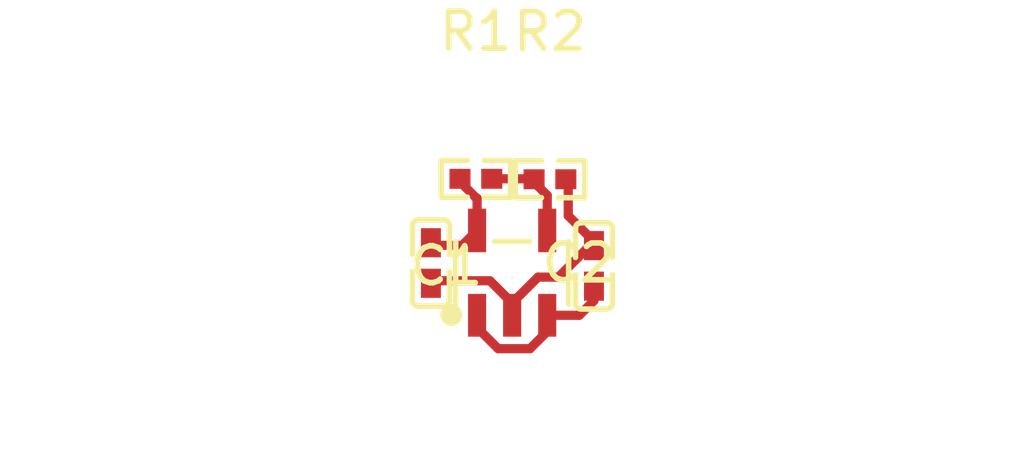
<source format=kicad_pcb>
(kicad_pcb (version 20241229) (generator "pcbnew") (generator_version "9.0")
  (layers (0 "F.Cu" signal) (2 "B.Cu" signal) (13 "F.Paste" user) (15 "B.Paste" user) (5 "F.SilkS" user "F.Silkscreen") (7 "B.SilkS" user "B.Silkscreen") (1 "F.Mask" user) (3 "B.Mask" user) (25 "Edge.Cuts" user))
  (net 0 "")
  (net 1 "IN")
  (net 2 "gnd")
  (net 3 "ADJ_NC")
  (net 4 "OUT")
  (footprint "lib:SOT-23-5_L3.0-W1.7-P0.95-LS2.8-BL" (layer "F.Cu") (at 148.59 111.76 0)
    (property "Reference" "U1" (hide yes))
    (property "Value" "")
    (fp_line (start -1.53 0.85) (end -1.53 -0.85) (stroke (width 0.15)) (layer "F.SilkS"))
    (fp_line (start 0.48 -0.85) (end -0.48 -0.85) (stroke (width 0.15)) (layer "F.SilkS"))
    (fp_line (start 1.53 0.85) (end 1.53 -0.85) (stroke (width 0.15)) (layer "F.SilkS"))
    (fp_circle (center -1.65 1.14) (end -1.5 1.14) (stroke (width 0.3)) (fill no) (layer "F.SilkS"))
    (pad "1" smd rect (at -0.95 1.15 0) (size 0.49 1.16) (layers "F.Cu" "F.Mask" "F.Paste") (net 1 "IN"))
    (pad "2" smd rect (at 0 1.15 0) (size 0.49 1.16) (layers "F.Cu" "F.Mask" "F.Paste") (net 2 "gnd"))
    (pad "3" smd rect (at 0.95 1.15 0) (size 0.49 1.16) (layers "F.Cu" "F.Mask" "F.Paste") (net 1 "IN"))
    (pad "4" smd rect (at 0.95 -1.15 0) (size 0.49 1.18) (layers "F.Cu" "F.Mask" "F.Paste") (net 3 "ADJ_NC"))
    (pad "5" smd rect (at -0.95 -1.15 0) (size 0.49 1.18) (layers "F.Cu" "F.Mask" "F.Paste") (net 4 "OUT"))
  )
  (footprint "atopile:C0402-b3ef17" (layer "F.Cu") (at 146.390075 111.493052 -90)
    (property "Reference" "C2" (at 0 -4 0) (layer "F.SilkS") (hide no))
    (property "Value" "1µF ±10% 25V X5R")
    (fp_line (start -0.23 0.5) (end -1.02 0.5) (stroke (width 0.15)) (layer "F.SilkS"))
    (fp_line (start 0.23 0.5) (end 1.02 0.5) (stroke (width 0.15)) (layer "F.SilkS"))
    (fp_line (start -1.17 0.35) (end -1.17 -0.35) (stroke (width 0.15)) (layer "F.SilkS"))
    (fp_line (start 1.17 0.35) (end 1.17 -0.35) (stroke (width 0.15)) (layer "F.SilkS"))
    (fp_line (start -1.02 -0.5) (end -0.23 -0.5) (stroke (width 0.15)) (layer "F.SilkS"))
    (fp_line (start 1.02 -0.5) (end 0.23 -0.5) (stroke (width 0.15)) (layer "F.SilkS"))
    (fp_arc (start -1.02 0.5) (mid -1.126066 0.456066) (end -1.17 0.35) (stroke (width 0.15)) (layer "F.SilkS"))
    (fp_arc (start 1.17 0.35) (mid 1.126066 0.456066) (end 1.02 0.5) (stroke (width 0.15)) (layer "F.SilkS"))
    (fp_arc (start -1.17 -0.35) (mid -1.126066 -0.456066) (end -1.02 -0.5) (stroke (width 0.15)) (layer "F.SilkS"))
    (fp_arc (start 1.02 -0.5) (mid 1.126066 -0.456066) (end 1.17 -0.35) (stroke (width 0.15)) (layer "F.SilkS"))
    (fp_text user "${REFERENCE}" (at 0 -4 0) (layer "F.SilkS"))
    (pad "1" smd rect (at -0.55 0 270) (size 0.79 0.54) (layers "F.Cu" "F.Mask" "F.Paste") (net 4 "OUT"))
    (pad "2" smd rect (at 0.55 0 270) (size 0.79 0.54) (layers "F.Cu" "F.Mask" "F.Paste") (net 2 "gnd"))
  )
  (footprint "atopile:R0402-56259e" (layer "F.Cu") (at 149.613894 109.22145 0)
    (property "Reference" "R2" (at 0 -4 0) (layer "F.SilkS") (hide no))
    (property "Value" "1kΩ ±1% 62.5mW")
    (fp_line (start -0.94 -0.5) (end -0.23 -0.5) (stroke (width 0.15)) (layer "F.SilkS"))
    (fp_line (start -0.94 0.5) (end -0.94 -0.5) (stroke (width 0.15)) (layer "F.SilkS"))
    (fp_line (start -0.23 0.5) (end -0.94 0.5) (stroke (width 0.15)) (layer "F.SilkS"))
    (fp_line (start 0.23 0.5) (end 0.94 0.5) (stroke (width 0.15)) (layer "F.SilkS"))
    (fp_line (start 0.94 -0.5) (end 0.23 -0.5) (stroke (width 0.15)) (layer "F.SilkS"))
    (fp_line (start 0.94 0.5) (end 0.94 -0.5) (stroke (width 0.15)) (layer "F.SilkS"))
    (fp_text user "${REFERENCE}" (at 0 -4 0) (layer "F.SilkS"))
    (pad "1" smd rect (at -0.43 0 0) (size 0.57 0.54) (layers "F.Cu" "F.Mask" "F.Paste") (net 3 "ADJ_NC"))
    (pad "2" smd rect (at 0.43 0 0) (size 0.57 0.54) (layers "F.Cu" "F.Mask" "F.Paste") (net 2 "gnd"))
  )
  (footprint "atopile:C0402-b3ef17" (layer "F.Cu") (at 150.806177 111.570302 90)
    (property "Reference" "C1" (at 0 -4 0) (layer "F.SilkS") (hide no))
    (property "Value" "1µF ±10% 25V X5R")
    (fp_line (start 1.02 -0.5) (end 0.23 -0.5) (stroke (width 0.15)) (layer "F.SilkS"))
    (fp_line (start -1.02 -0.5) (end -0.23 -0.5) (stroke (width 0.15)) (layer "F.SilkS"))
    (fp_line (start 1.17 0.35) (end 1.17 -0.35) (stroke (width 0.15)) (layer "F.SilkS"))
    (fp_line (start -1.17 0.35) (end -1.17 -0.35) (stroke (width 0.15)) (layer "F.SilkS"))
    (fp_line (start 0.23 0.5) (end 1.02 0.5) (stroke (width 0.15)) (layer "F.SilkS"))
    (fp_line (start -0.23 0.5) (end -1.02 0.5) (stroke (width 0.15)) (layer "F.SilkS"))
    (fp_arc (start 1.02 -0.5) (mid 1.126066 -0.456066) (end 1.17 -0.35) (stroke (width 0.15)) (layer "F.SilkS"))
    (fp_arc (start -1.17 -0.35) (mid -1.126066 -0.456066) (end -1.02 -0.5) (stroke (width 0.15)) (layer "F.SilkS"))
    (fp_arc (start 1.17 0.35) (mid 1.126066 0.456066) (end 1.02 0.5) (stroke (width 0.15)) (layer "F.SilkS"))
    (fp_arc (start -1.02 0.5) (mid -1.126066 0.456066) (end -1.17 0.35) (stroke (width 0.15)) (layer "F.SilkS"))
    (fp_text user "${REFERENCE}" (at 0 -4 0) (layer "F.SilkS"))
    (pad "1" smd rect (at -0.55 0 90) (size 0.79 0.54) (layers "F.Cu" "F.Mask" "F.Paste") (net 1 "IN"))
    (pad "2" smd rect (at 0.55 0 90) (size 0.79 0.54) (layers "F.Cu" "F.Mask" "F.Paste") (net 2 "gnd"))
  )
  (footprint "atopile:R0402-56259e" (layer "F.Cu") (at 147.607116 109.208828 0)
    (property "Reference" "R1" (at 0 -4 0) (layer "F.SilkS") (hide no))
    (property "Value" "1kΩ ±1% 62.5mW")
    (fp_line (start -0.94 -0.5) (end -0.23 -0.5) (stroke (width 0.15)) (layer "F.SilkS"))
    (fp_line (start -0.94 0.5) (end -0.94 -0.5) (stroke (width 0.15)) (layer "F.SilkS"))
    (fp_line (start -0.23 0.5) (end -0.94 0.5) (stroke (width 0.15)) (layer "F.SilkS"))
    (fp_line (start 0.23 0.5) (end 0.94 0.5) (stroke (width 0.15)) (layer "F.SilkS"))
    (fp_line (start 0.94 -0.5) (end 0.23 -0.5) (stroke (width 0.15)) (layer "F.SilkS"))
    (fp_line (start 0.94 0.5) (end 0.94 -0.5) (stroke (width 0.15)) (layer "F.SilkS"))
    (fp_text user "${REFERENCE}" (at 0 -4 0) (layer "F.SilkS"))
    (pad "1" smd rect (at -0.43 0 0) (size 0.57 0.54) (layers "F.Cu" "F.Mask" "F.Paste") (net 4 "OUT"))
    (pad "2" smd rect (at 0.43 0 0) (size 0.57 0.54) (layers "F.Cu" "F.Mask" "F.Paste") (net 3 "ADJ_NC"))
  )
  (segment (start 150.806177 112.513216) (end 150.409393 112.91) (width 0.25) (net 1) (layer "F.Cu"))
  (segment (start 147.64 112.91) (end 147.64 113.245) (width 0.25) (net 1) (layer "F.Cu"))
  (segment (start 150.409393 112.91) (end 149.54 112.91) (width 0.25) (net 1) (layer "F.Cu"))
  (segment (start 149.54 113.35) (end 149.54 112.91) (width 0.25) (net 1) (layer "F.Cu"))
  (segment (start 148.21 113.815) (end 149.075 113.815) (width 0.25) (net 1) (layer "F.Cu"))
  (segment (start 149.075 113.815) (end 149.54 113.35) (width 0.25) (net 1) (layer "F.Cu"))
  (segment (start 150.806177 112.050302) (end 150.806177 112.513216) (width 0.25) (net 1) (layer "F.Cu"))
  (segment (start 147.64 113.245) (end 148.21 113.815) (width 0.25) (net 1) (layer "F.Cu"))
  (segment (start 147.988052 111.973052) (end 148.59 112.575) (width 0.25) (net 2) (layer "F.Cu"))
  (segment (start 146.390075 111.973052) (end 147.988052 111.973052) (width 0.25) (net 2) (layer "F.Cu"))
  (segment (start 150.628447 111.090302) (end 149.844257 111.874492) (width 0.25) (net 2) (layer "F.Cu"))
  (segment (start 150.806177 111.090302) (end 150.628447 111.090302) (width 0.25) (net 2) (layer "F.Cu"))
  (segment (start 150.11 109.287556) (end 150.11 110.21) (width 0.25) (net 2) (layer "F.Cu"))
  (segment (start 149.844257 111.874492) (end 149.290508 111.874492) (width 0.25) (net 2) (layer "F.Cu"))
  (segment (start 148.59 112.575) (end 148.59 112.91) (width 0.25) (net 2) (layer "F.Cu"))
  (segment (start 149.290508 111.874492) (end 148.59 112.575) (width 0.25) (net 2) (layer "F.Cu"))
  (segment (start 150.043894 109.22145) (end 150.11 109.287556) (width 0.25) (net 2) (layer "F.Cu"))
  (segment (start 150.806177 110.906177) (end 150.806177 111.020302) (width 0.25) (net 2) (layer "F.Cu"))
  (segment (start 150.11 110.21) (end 150.806177 110.906177) (width 0.25) (net 2) (layer "F.Cu"))
  (segment (start 149.54 110.61) (end 149.54 109.657556) (width 0.25) (net 3) (layer "F.Cu"))
  (segment (start 148.117116 109.208828) (end 149.091272 109.208828) (width 0.25) (net 3) (layer "F.Cu"))
  (segment (start 149.091272 109.208828) (end 149.103894 109.22145) (width 0.25) (net 3) (layer "F.Cu"))
  (segment (start 149.54 109.657556) (end 149.103894 109.22145) (width 0.25) (net 3) (layer "F.Cu"))
  (segment (start 147.64 109.739092) (end 147.64 110.61) (width 0.25) (net 4) (layer "F.Cu"))
  (segment (start 146.390075 111.013052) (end 147.236948 111.013052) (width 0.25) (net 4) (layer "F.Cu"))
  (segment (start 147.614588 109.7263) (end 147.627208 109.7263) (width 0.25) (net 4) (layer "F.Cu"))
  (segment (start 147.627208 109.7263) (end 147.64 109.739092) (width 0.25) (net 4) (layer "F.Cu"))
  (segment (start 147.236948 111.013052) (end 147.64 110.61) (width 0.25) (net 4) (layer "F.Cu"))
  (segment (start 147.097116 109.208828) (end 147.614588 109.7263) (width 0.25) (net 4) (layer "F.Cu"))
)
</source>
